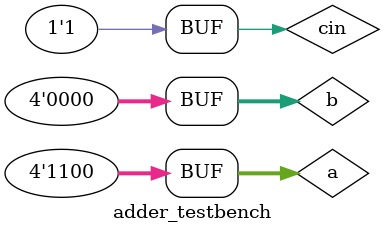
<source format=sv>
/******************************* adder_testbench.sv *******************************
 
	Ashley Guillard and Gene Mary Cheruvathur
	EE 469 Sp 24: Professor Hussein
	April 5, 2024
	Lab 1: Adder Module Testbench

*/

//This is the testbench module for the adder module in Lab 1 Task 2.
//This testbench tests various 4-bit input values to ensure that the 
//module reacts correctly with and without a carry in bit, overflow,
//and other scenarios. 
module adder_testbench();
	
	parameter N = 4;
	logic [N-1:0] a, b, result;
	logic cin, cout0;
	
	// Instantiate DUT (Device Under Test)
	adder #(.N(N)) dut (.a, .b, .cin, .result, .cout0);
	
	initial begin
		
		// Without carry in
		cin <= 0; 
		a <= 10; b = 10; #10; // 10 + 10 = 20 (overflow)
		a <= 6; b = 2; #10;   // 6 + 2 = 8 
		a <= 7; b = 9; #10;   // 7 + 9 = 16 (overflow)
		a <= 12; b = 0; #10;  // 12 + 0 = 12 
		
		// With carry in
		cin <= 1;
		a <= 10; b = 10; #10; // 1 + 10 + 10 = 21 (overflow)
		a <= 6; b = 2; #10;   // 1 + 6 + 2 = 9 
		a <= 7; b = 9; #10;   // 1 + 7 + 9 = 17 (overflow)
		a <= 12; b = 0; #10;  // 1 + 12 + 0 = 13 
		
	end

endmodule 
</source>
